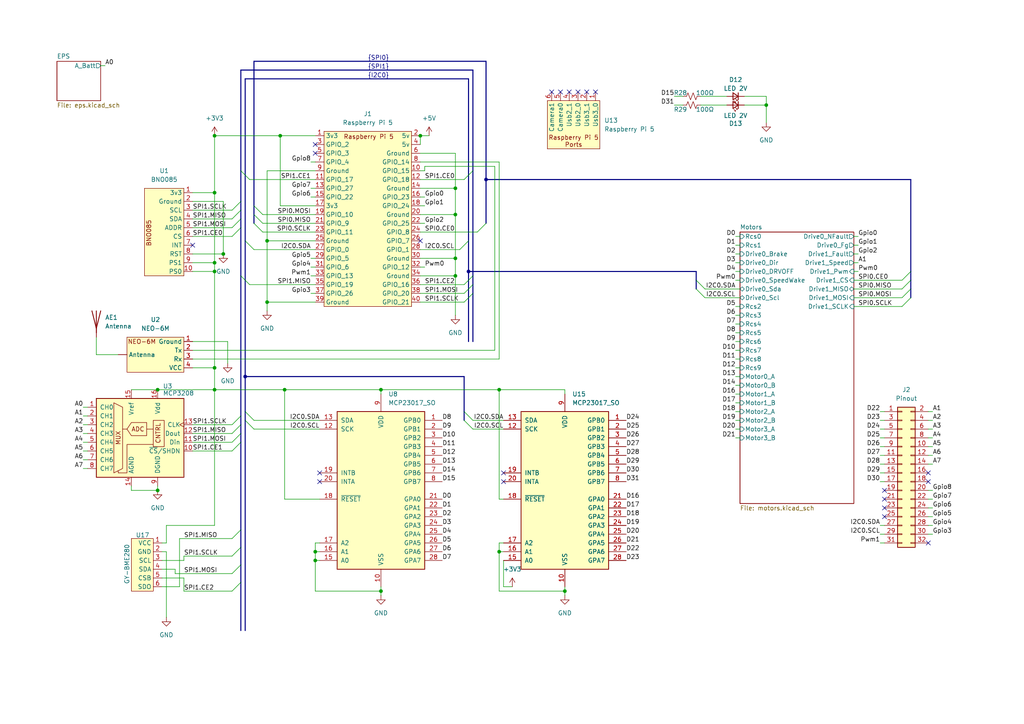
<source format=kicad_sch>
(kicad_sch (version 20250114) (generator "eeschema") (generator_version "9.0")
  (paper "A4")
  (lib_symbols
    (symbol "Connector_Generic:Conn_02x16_Odd_Even" (pin_names (offset 1.016) (hide yes))
      (property "Reference" "J" (at 1.27 20.32 0))
      (property "Value" "Conn_02x16_Odd_Even" (at 1.27 -22.86 0))
      (symbol "Conn_02x16_Odd_Even_1_1"
        (rectangle (start -1.27 19.05) (end 3.81 -21.59) (stroke (width 0.254)) (fill (type background)))
        (rectangle (start -1.27 17.907) (end 0 17.653) (stroke (width 0.1524)))
        (rectangle (start -1.27 15.367) (end 0 15.113) (stroke (width 0.1524)))
        (rectangle (start -1.27 12.827) (end 0 12.573) (stroke (width 0.1524)))
        (rectangle (start -1.27 10.287) (end 0 10.033) (stroke (width 0.1524)))
        (rectangle (start -1.27 7.747) (end 0 7.493) (stroke (width 0.1524)))
        (rectangle (start -1.27 5.207) (end 0 4.953) (stroke (width 0.1524)))
        (rectangle (start -1.27 2.667) (end 0 2.413) (stroke (width 0.1524)))
        (rectangle (start -1.27 0.127) (end 0 -0.127) (stroke (width 0.1524)))
        (rectangle (start -1.27 -2.413) (end 0 -2.667) (stroke (width 0.1524)))
        (rectangle (start -1.27 -4.953) (end 0 -5.207) (stroke (width 0.1524)))
        (rectangle (start -1.27 -7.493) (end 0 -7.747) (stroke (width 0.1524)))
        (rectangle (start -1.27 -10.033) (end 0 -10.287) (stroke (width 0.1524)))
        (rectangle (start -1.27 -12.573) (end 0 -12.827) (stroke (width 0.1524)))
        (rectangle (start -1.27 -15.113) (end 0 -15.367) (stroke (width 0.1524)))
        (rectangle (start -1.27 -17.653) (end 0 -17.907) (stroke (width 0.1524)))
        (rectangle (start -1.27 -20.193) (end 0 -20.447) (stroke (width 0.1524)))
        (rectangle (start 3.81 17.907) (end 2.54 17.653) (stroke (width 0.1524)))
        (rectangle (start 3.81 15.367) (end 2.54 15.113) (stroke (width 0.1524)))
        (rectangle (start 3.81 12.827) (end 2.54 12.573) (stroke (width 0.1524)))
        (rectangle (start 3.81 10.287) (end 2.54 10.033) (stroke (width 0.1524)))
        (rectangle (start 3.81 7.747) (end 2.54 7.493) (stroke (width 0.1524)))
        (rectangle (start 3.81 5.207) (end 2.54 4.953) (stroke (width 0.1524)))
        (rectangle (start 3.81 2.667) (end 2.54 2.413) (stroke (width 0.1524)))
        (rectangle (start 3.81 0.127) (end 2.54 -0.127) (stroke (width 0.1524)))
        (rectangle (start 3.81 -2.413) (end 2.54 -2.667) (stroke (width 0.1524)))
        (rectangle (start 3.81 -4.953) (end 2.54 -5.207) (stroke (width 0.1524)))
        (rectangle (start 3.81 -7.493) (end 2.54 -7.747) (stroke (width 0.1524)))
        (rectangle (start 3.81 -10.033) (end 2.54 -10.287) (stroke (width 0.1524)))
        (rectangle (start 3.81 -12.573) (end 2.54 -12.827) (stroke (width 0.1524)))
        (rectangle (start 3.81 -15.113) (end 2.54 -15.367) (stroke (width 0.1524)))
        (rectangle (start 3.81 -17.653) (end 2.54 -17.907) (stroke (width 0.1524)))
        (rectangle (start 3.81 -20.193) (end 2.54 -20.447) (stroke (width 0.1524)))
        (pin passive line (at -5.08 17.78 0) (length 3.81) (name "Pin_1") (number "1"))
        (pin passive line (at -5.08 15.24 0) (length 3.81) (name "Pin_3") (number "3"))
        (pin passive line (at -5.08 12.7 0) (length 3.81) (name "Pin_5") (number "5"))
        (pin passive line (at -5.08 10.16 0) (length 3.81) (name "Pin_7") (number "7"))
        (pin passive line (at -5.08 7.62 0) (length 3.81) (name "Pin_9") (number "9"))
        (pin passive line (at -5.08 5.08 0) (length 3.81) (name "Pin_11") (number "11"))
        (pin passive line (at -5.08 2.54 0) (length 3.81) (name "Pin_13") (number "13"))
        (pin passive line (at -5.08 0 0) (length 3.81) (name "Pin_15") (number "15"))
        (pin passive line (at -5.08 -2.54 0) (length 3.81) (name "Pin_17") (number "17"))
        (pin passive line (at -5.08 -5.08 0) (length 3.81) (name "Pin_19") (number "19"))
        (pin passive line (at -5.08 -7.62 0) (length 3.81) (name "Pin_21") (number "21"))
        (pin passive line (at -5.08 -10.16 0) (length 3.81) (name "Pin_23") (number "23"))
        (pin passive line (at -5.08 -12.7 0) (length 3.81) (name "Pin_25") (number "25"))
        (pin passive line (at -5.08 -15.24 0) (length 3.81) (name "Pin_27") (number "27"))
        (pin passive line (at -5.08 -17.78 0) (length 3.81) (name "Pin_29") (number "29"))
        (pin passive line (at -5.08 -20.32 0) (length 3.81) (name "Pin_31") (number "31"))
        (pin passive line (at 7.62 17.78 180) (length 3.81) (name "Pin_2") (number "2"))
        (pin passive line (at 7.62 15.24 180) (length 3.81) (name "Pin_4") (number "4"))
        (pin passive line (at 7.62 12.7 180) (length 3.81) (name "Pin_6") (number "6"))
        (pin passive line (at 7.62 10.16 180) (length 3.81) (name "Pin_8") (number "8"))
        (pin passive line (at 7.62 7.62 180) (length 3.81) (name "Pin_10") (number "10"))
        (pin passive line (at 7.62 5.08 180) (length 3.81) (name "Pin_12") (number "12"))
        (pin passive line (at 7.62 2.54 180) (length 3.81) (name "Pin_14") (number "14"))
        (pin passive line (at 7.62 0 180) (length 3.81) (name "Pin_16") (number "16"))
        (pin passive line (at 7.62 -2.54 180) (length 3.81) (name "Pin_18") (number "18"))
        (pin passive line (at 7.62 -5.08 180) (length 3.81) (name "Pin_20") (number "20"))
        (pin passive line (at 7.62 -7.62 180) (length 3.81) (name "Pin_22") (number "22"))
        (pin passive line (at 7.62 -10.16 180) (length 3.81) (name "Pin_24") (number "24"))
        (pin passive line (at 7.62 -12.7 180) (length 3.81) (name "Pin_26") (number "26"))
        (pin passive line (at 7.62 -15.24 180) (length 3.81) (name "Pin_28") (number "28"))
        (pin passive line (at 7.62 -17.78 180) (length 3.81) (name "Pin_30") (number "30"))
        (pin passive line (at 7.62 -20.32 180) (length 3.81) (name "Pin_32") (number "32"))
      )
    )
    (symbol "Device:Antenna" (pin_numbers (hide yes)) (pin_names (offset 1.016) (hide yes))
      (property "Reference" "AE" (at -1.905 1.905 0))
      (property "Value" "Antenna" (at -1.905 0 0))
      (symbol "Antenna_0_1"
        (polyline (pts (xy 0 2.54) (xy 0 -3.81)) (stroke (width 0.254)))
        (polyline (pts (xy 1.27 2.54) (xy 0 -2.54) (xy -1.27 2.54)) (stroke (width 0.254)))
      )
      (symbol "Antenna_1_1"
        (pin input line (at 0 -5.08 90) (length 2.54) (name "A") (number "1"))
      )
    )
    (symbol "Device:LED_Small" (pin_numbers (hide yes)) (pin_names (offset 0.254) (hide yes))
      (property "Reference" "D" (at -1.27 3.175 0))
      (property "Value" "LED_Small" (at -4.445 -2.54 0))
      (symbol "LED_Small_0_1"
        (polyline (pts (xy -0.762 -1.016) (xy -0.762 1.016)) (stroke (width 0.254)))
        (polyline (pts (xy 0 0.762) (xy -0.508 1.27) (xy -0.254 1.27) (xy -0.508 1.27) (xy -0.508 1.016)))
        (polyline (pts (xy 0.508 1.27) (xy 0 1.778) (xy 0.254 1.778) (xy 0 1.778) (xy 0 1.524)))
        (polyline (pts (xy 0.762 -1.016) (xy -0.762 0) (xy 0.762 1.016) (xy 0.762 -1.016)) (stroke (width 0.254)))
        (polyline (pts (xy 1.016 0) (xy -0.762 0)))
      )
      (symbol "LED_Small_1_1"
        (pin passive line (at -2.54 0 0) (length 1.778) (name "K") (number "1"))
        (pin passive line (at 2.54 0 180) (length 1.778) (name "A") (number "2"))
      )
    )
    (symbol "Device:R_Small_US" (pin_numbers (hide yes)) (pin_names (offset 0.254) (hide yes))
      (property "Reference" "R" (at 0.762 0.508 0))
      (property "Value" "R_Small_US" (at 0.762 -1.016 0))
      (symbol "R_Small_US_1_1"
        (polyline (pts (xy 0 1.524) (xy 1.016 1.143) (xy 0 0.762) (xy -1.016 0.381) (xy 0 0)))
        (polyline (pts (xy 0 0) (xy 1.016 -0.381) (xy 0 -0.762) (xy -1.016 -1.143) (xy 0 -1.524)))
        (pin passive line (at 0 2.54 270) (length 1.016) (name "~") (number "1"))
        (pin passive line (at 0 -2.54 90) (length 1.016) (name "~") (number "2"))
      )
    )
    (symbol "Interface_Expansion:MCP23017_SO" (pin_names (offset 1.016))
      (property "Reference" "U" (at -11.43 24.13 0))
      (property "Value" "MCP23017_SO" (at 0 0 0))
      (symbol "MCP23017_SO_0_1"
        (rectangle (start -12.7 22.86) (end 12.7 -22.86) (stroke (width 0.254)) (fill (type background)))
      )
      (symbol "MCP23017_SO_1_1"
        (pin bidirectional line (at -17.78 20.32 0) (length 5.08) (name "SDA") (number "13"))
        (pin input line (at -17.78 17.78 0) (length 5.08) (name "SCK") (number "12"))
        (pin tri_state line (at -17.78 5.08 0) (length 5.08) (name "INTB") (number "19"))
        (pin tri_state line (at -17.78 2.54 0) (length 5.08) (name "INTA") (number "20"))
        (pin input line (at -17.78 -2.54 0) (length 5.08) (name "~{RESET}") (number "18"))
        (pin input line (at -17.78 -15.24 0) (length 5.08) (name "A2") (number "17"))
        (pin input line (at -17.78 -17.78 0) (length 5.08) (name "A1") (number "16"))
        (pin input line (at -17.78 -20.32 0) (length 5.08) (name "A0") (number "15"))
        (pin no_connect line (at -12.7 15.24 0) (length 5.08) (hide yes) (name "NC") (number "11"))
        (pin no_connect line (at -12.7 12.7 0) (length 5.08) (hide yes) (name "NC") (number "14"))
        (pin power_in line (at 0 27.94 270) (length 5.08) (name "VDD") (number "9"))
        (pin power_in line (at 0 -27.94 90) (length 5.08) (name "VSS") (number "10"))
        (pin bidirectional line (at 17.78 20.32 180) (length 5.08) (name "GPB0") (number "1"))
        (pin bidirectional line (at 17.78 17.78 180) (length 5.08) (name "GPB1") (number "2"))
        (pin bidirectional line (at 17.78 15.24 180) (length 5.08) (name "GPB2") (number "3"))
        (pin bidirectional line (at 17.78 12.7 180) (length 5.08) (name "GPB3") (number "4"))
        (pin bidirectional line (at 17.78 10.16 180) (length 5.08) (name "GPB4") (number "5"))
        (pin bidirectional line (at 17.78 7.62 180) (length 5.08) (name "GPB5") (number "6"))
        (pin bidirectional line (at 17.78 5.08 180) (length 5.08) (name "GPB6") (number "7"))
        (pin output line (at 17.78 2.54 180) (length 5.08) (name "GPB7") (number "8"))
        (pin bidirectional line (at 17.78 -2.54 180) (length 5.08) (name "GPA0") (number "21"))
        (pin bidirectional line (at 17.78 -5.08 180) (length 5.08) (name "GPA1") (number "22"))
        (pin bidirectional line (at 17.78 -7.62 180) (length 5.08) (name "GPA2") (number "23"))
        (pin bidirectional line (at 17.78 -10.16 180) (length 5.08) (name "GPA3") (number "24"))
        (pin bidirectional line (at 17.78 -12.7 180) (length 5.08) (name "GPA4") (number "25"))
        (pin bidirectional line (at 17.78 -15.24 180) (length 5.08) (name "GPA5") (number "26"))
        (pin bidirectional line (at 17.78 -17.78 180) (length 5.08) (name "GPA6") (number "27"))
        (pin output line (at 17.78 -20.32 180) (length 5.08) (name "GPA7") (number "28"))
      )
    )
    (symbol "Nautilus:BNO085"
      (property "Reference" "U" (at 0 0 0))
      (symbol "BNO085_0_1"
        (rectangle (start -5.08 -1.27) (end 6.35 -26.67) (fill (type color) (color 255 255 194 1)))
      )
      (symbol "BNO085_1_1"
        (text "BNO085" (at 5.08 -14.224 900) (effects (font (size 1.27 1.27))))
        (pin power_in line (at -7.62 -2.54 0) (length 2.54) (name "3v3") (number "1"))
        (pin power_in line (at -7.62 -5.08 0) (length 2.54) (name "Ground") (number "2"))
        (pin bidirectional line (at -7.62 -7.62 0) (length 2.54) (name "SCL") (number "3"))
        (pin bidirectional line (at -7.62 -10.16 0) (length 2.54) (name "SDA") (number "4"))
        (pin input line (at -7.62 -12.7 0) (length 2.54) (name "ADDR") (number "5"))
        (pin input line (at -7.62 -15.24 0) (length 2.54) (name "CS") (number "6"))
        (pin output line (at -7.62 -17.78 0) (length 2.54) (name "INT") (number "7"))
        (pin input line (at -7.62 -20.32 0) (length 2.54) (name "RST") (number "8"))
        (pin input line (at -7.62 -22.86 0) (length 2.54) (name "PS1") (number "9"))
        (pin input line (at -7.62 -25.4 0) (length 2.54) (name "PS0") (number "10"))
      )
    )
    (symbol "Nautilus:GY-BM"
      (property "Reference" "U" (at -0.508 8.636 0))
      (symbol "GY-BM_0_1"
        (rectangle (start -3.81 7.62) (end 2.54 -7.62) (fill (type color) (color 255 255 194 1)))
      )
      (symbol "GY-BM_1_1"
        (pin input line (at 5.08 6.35 180) (length 2.54) (name "VCC") (number "1"))
        (pin input line (at 5.08 3.81 180) (length 2.54) (name "GND") (number "2"))
        (pin input line (at 5.08 1.27 180) (length 2.54) (name "SCL") (number "3"))
        (pin input line (at 5.08 -1.27 180) (length 2.54) (name "SDA") (number "4"))
        (pin input line (at 5.08 -3.81 180) (length 2.54) (name "CSB") (number "5"))
        (pin tri_state line (at 5.08 -6.35 180) (length 2.54) (name "SDO") (number "6"))
      )
    )
    (symbol "Nautilus:MCP3208_TriState" (pin_names (offset 1.016))
      (property "Reference" "U" (at -5.08 13.335 0))
      (property "Value" "MCP3208_TriState" (at -5.08 11.43 0))
      (symbol "MCP3208_TriState_0_0"
        (text "MUX" (at -6.35 -1.27 900) (effects (font (size 1.27 1.27))))
        (text "ADC" (at -0.635 1.27 0) (effects (font (size 1.27 1.27))))
        (text "CNTRL" (at 5.969 -2.921 900) (effects (font (size 1.27 1.27)) (justify left bottom)))
      )
      (symbol "MCP3208_TriState_0_1"
        (polyline (pts (xy -7.62 8.89) (xy -7.62 -11.43) (xy -5.08 -10.16) (xy -5.08 7.62) (xy -7.62 8.89)))
        (polyline (pts (xy -3.81 1.27) (xy -5.08 1.27)))
        (polyline (pts (xy 1.905 3.175) (xy 1.905 -0.635) (xy -2.54 -0.635) (xy -3.81 1.27) (xy -2.54 3.175) (xy 1.905 3.175)))
        (polyline (pts (xy 1.905 1.27) (xy 3.81 1.27)))
        (polyline (pts (xy 3.81 -3.175) (xy -3.81 -3.175) (xy -3.81 -11.43) (xy -6.35 -11.43) (xy -6.35 -10.795)))
        (rectangle (start 3.81 -3.81) (end 6.985 3.81))
        (rectangle (start 12.7 -12.7) (end -12.7 10.16) (stroke (width 0.254)) (fill (type background)))
      )
      (symbol "MCP3208_TriState_1_1"
        (pin input line (at -15.24 7.62 0) (length 2.54) (name "CH0") (number "1"))
        (pin input line (at -15.24 5.08 0) (length 2.54) (name "CH1") (number "2"))
        (pin input line (at -15.24 2.54 0) (length 2.54) (name "CH2") (number "3"))
        (pin input line (at -15.24 0 0) (length 2.54) (name "CH3") (number "4"))
        (pin input line (at -15.24 -2.54 0) (length 2.54) (name "CH4") (number "5"))
        (pin input line (at -15.24 -5.08 0) (length 2.54) (name "CH5") (number "6"))
        (pin input line (at -15.24 -7.62 0) (length 2.54) (name "CH6") (number "7"))
        (pin input line (at -15.24 -10.16 0) (length 2.54) (name "CH7") (number "8"))
        (pin power_in line (at -2.54 12.7 270) (length 2.54) (name "Vref") (number "15"))
        (pin power_in line (at -2.54 -15.24 90) (length 2.54) (name "AGND") (number "14"))
        (pin power_in line (at 5.08 12.7 270) (length 2.54) (name "Vdd") (number "16"))
        (pin power_in line (at 5.08 -15.24 90) (length 2.54) (name "DGND") (number "9"))
        (pin input clock (at 15.24 2.54 180) (length 2.54) (name "CLK") (number "13"))
        (pin tri_state line (at 15.24 0 180) (length 2.54) (name "Dout") (number "12"))
        (pin input line (at 15.24 -2.54 180) (length 2.54) (name "Din") (number "11"))
        (pin input line (at 15.24 -5.08 180) (length 2.54) (name "~{CS}/SHDN") (number "10"))
      )
    )
    (symbol "Nautilus:NEO-6M"
      (property "Reference" "U" (at 0 0 0))
      (symbol "NEO-6M_0_1"
        (rectangle (start -8.89 -1.27) (end 7.62 -11.43) (fill (type color) (color 255 255 194 1)))
      )
      (symbol "NEO-6M_1_1"
        (text "NEO-6M" (at 3.302 -2.54 0) (effects (font (size 1.27 1.27))))
        (pin power_in line (at -11.43 -2.54 0) (length 2.54) (name "Ground") (number "1"))
        (pin output line (at -11.43 -5.08 0) (length 2.54) (name "Tx") (number "2"))
        (pin input line (at -11.43 -7.62 0) (length 2.54) (name "Rx") (number "3"))
        (pin power_in line (at -11.43 -10.16 0) (length 2.54) (name "VCC") (number "4"))
        (pin passive line (at 10.16 -6.35 180) (length 2.54) (name "Antenna") (number ""))
      )
    )
    (symbol "Nautilus:Raspberry_Pi_5_Pinout"
      (property "Reference" "J" (at 0 0 0))
      (symbol "Raspberry_Pi_5_Pinout_0_1"
        (rectangle (start -12.7 -1.27) (end 12.7 -52.07) (fill (type color) (color 255 255 194 1)))
      )
      (symbol "Raspberry_Pi_5_Pinout_1_1"
        (text "Raspberry Pi 5" (at 0.254 -2.794 0) (effects (font (size 1.27 1.27))))
        (pin power_out line (at -15.24 -2.54 0) (length 2.54) (name "3v3") (number "1"))
        (pin bidirectional line (at -15.24 -5.08 0) (length 2.54) (name "GPIO_2") (number "3"))
        (pin bidirectional line (at -15.24 -7.62 0) (length 2.54) (name "GPIO_3") (number "5"))
        (pin bidirectional line (at -15.24 -10.16 0) (length 2.54) (name "GPIO_4") (number "7"))
        (pin power_in line (at -15.24 -12.7 0) (length 2.54) (name "Ground") (number "9"))
        (pin bidirectional line (at -15.24 -15.24 0) (length 2.54) (name "GPIO_17") (number "11"))
        (pin bidirectional line (at -15.24 -17.78 0) (length 2.54) (name "GPIO_27") (number "13"))
        (pin bidirectional line (at -15.24 -20.32 0) (length 2.54) (name "GPIO_22") (number "15"))
        (pin power_in line (at -15.24 -22.86 0) (length 2.54) (name "3v3") (number "17"))
        (pin bidirectional line (at -15.24 -25.4 0) (length 2.54) (name "GPIO_10") (number "19"))
        (pin bidirectional line (at -15.24 -27.94 0) (length 2.54) (name "GPIO_9") (number "21"))
        (pin bidirectional line (at -15.24 -30.48 0) (length 2.54) (name "GPIO_11") (number "23"))
        (pin power_in line (at -15.24 -33.02 0) (length 2.54) (name "Ground") (number "25"))
        (pin bidirectional line (at -15.24 -35.56 0) (length 2.54) (name "GPIO_0") (number "27"))
        (pin bidirectional line (at -15.24 -38.1 0) (length 2.54) (name "GPIO_5") (number "29"))
        (pin bidirectional line (at -15.24 -40.64 0) (length 2.54) (name "GPIO_6") (number "31"))
        (pin bidirectional line (at -15.24 -43.18 0) (length 2.54) (name "GPIO_13") (number "33"))
        (pin bidirectional line (at -15.24 -45.72 0) (length 2.54) (name "GPIO_19") (number "35"))
        (pin bidirectional line (at -15.24 -48.26 0) (length 2.54) (name "GPIO_26") (number "37"))
        (pin power_in line (at -15.24 -50.8 0) (length 2.54) (name "Ground") (number "39"))
        (pin power_in line (at 15.24 -2.54 180) (length 2.54) (name "5v") (number "2"))
        (pin power_in line (at 15.24 -5.08 180) (length 2.54) (name "5v") (number "4"))
        (pin power_in line (at 15.24 -7.62 180) (length 2.54) (name "Ground") (number "6"))
        (pin bidirectional line (at 15.24 -10.16 180) (length 2.54) (name "GPIO_14") (number "8"))
        (pin bidirectional line (at 15.24 -12.7 180) (length 2.54) (name "GPIO_15") (number "10"))
        (pin bidirectional line (at 15.24 -15.24 180) (length 2.54) (name "GPIO_18") (number "12"))
        (pin power_in line (at 15.24 -17.78 180) (length 2.54) (name "Ground") (number "14"))
        (pin bidirectional line (at 15.24 -20.32 180) (length 2.54) (name "GPIO_23") (number "16"))
        (pin bidirectional line (at 15.24 -22.86 180) (length 2.54) (name "GPIO_24") (number "18"))
        (pin power_in line (at 15.24 -25.4 180) (length 2.54) (name "Ground") (number "20"))
        (pin bidirectional line (at 15.24 -27.94 180) (length 2.54) (name "GPIO_25") (number "22"))
        (pin bidirectional line (at 15.24 -30.48 180) (length 2.54) (name "GPIO_8") (number "24"))
        (pin bidirectional line (at 15.24 -33.02 180) (length 2.54) (name "GPIO_7") (number "26"))
        (pin bidirectional line (at 15.24 -35.56 180) (length 2.54) (name "GPIO_1") (number "28"))
        (pin power_in line (at 15.24 -38.1 180) (length 2.54) (name "Ground") (number "30"))
        (pin bidirectional line (at 15.24 -40.64 180) (length 2.54) (name "GPIO_12") (number "32"))
        (pin power_in line (at 15.24 -43.18 180) (length 2.54) (name "Ground") (number "34"))
        (pin bidirectional line (at 15.24 -45.72 180) (length 2.54) (name "GPIO_16") (number "36"))
        (pin bidirectional line (at 15.24 -48.26 180) (length 2.54) (name "GPIO_20") (number "38"))
        (pin bidirectional line (at 15.24 -50.8 180) (length 2.54) (name "GPIO_21") (number "40"))
      )
    )
    (symbol "Nautilus:Raspberry_Pi_5_Ports"
      (property "Reference" "U" (at 0 0 0))
      (symbol "Raspberry_Pi_5_Ports_0_1"
        (rectangle (start -6.35 -1.27) (end 7.62 -16.51) (fill (type color) (color 255 255 194 1)))
      )
      (symbol "Raspberry_Pi_5_Ports_1_1"
        (text "Raspberry Pi 5\nPorts" (at 5.334 -8.89 900) (effects (font (size 1.27 1.27))))
        (pin bidirectional line (at -8.89 -2.54 0) (length 2.54) (name "Usb3_0") (number "1"))
        (pin bidirectional line (at -8.89 -5.08 0) (length 2.54) (name "Usb3_1") (number "2"))
        (pin bidirectional line (at -8.89 -7.62 0) (length 2.54) (name "Usb2_0") (number "3"))
        (pin bidirectional line (at -8.89 -10.16 0) (length 2.54) (name "Usb2_1") (number "4"))
        (pin bidirectional line (at -8.89 -12.7 0) (length 2.54) (name "Camera0") (number "5"))
        (pin bidirectional line (at -8.89 -15.24 0) (length 2.54) (name "Camera1") (number "6"))
      )
    )
    (symbol "power:+3V3" (power) (pin_numbers (hide yes)) (pin_names (offset 0) (hide yes))
      (property "Value" "+3V3" (at 0 3.556 0))
      (symbol "+3V3_0_1"
        (polyline (pts (xy -0.762 1.27) (xy 0 2.54)))
        (polyline (pts (xy 0 2.54) (xy 0.762 1.27)))
        (polyline (pts (xy 0 0) (xy 0 2.54)))
      )
      (symbol "+3V3_1_1"
        (pin power_in line (at 0 0 90) (length 0) (name "~") (number "1"))
      )
    )
    (symbol "power:+5V" (power) (pin_numbers (hide yes)) (pin_names (offset 0) (hide yes))
      (property "Value" "+5V" (at 0 3.556 0))
      (symbol "+5V_0_1"
        (polyline (pts (xy -0.762 1.27) (xy 0 2.54)))
        (polyline (pts (xy 0 2.54) (xy 0.762 1.27)))
        (polyline (pts (xy 0 0) (xy 0 2.54)))
      )
      (symbol "+5V_1_1"
        (pin power_in line (at 0 0 90) (length 0) (name "~") (number "1"))
      )
    )
    (symbol "power:GND" (power) (pin_numbers (hide yes)) (pin_names (offset 0) (hide yes))
      (property "Value" "GND" (at 0 -3.81 0))
      (symbol "GND_0_1"
        (polyline (pts (xy 0 0) (xy 0 -1.27) (xy 1.27 -1.27) (xy 0 -2.54) (xy -1.27 -1.27) (xy 0 -1.27)))
      )
      (symbol "GND_1_1"
        (pin power_in line (at 0 0 270) (length 0) (name "~") (number "1"))
      )
    )
  )
  (bus_alias "I2C0" (members "I2C0.SDA" "I2C0.SCL"))
  (bus_alias "SPI0" (members "SPI0.MISO" "SPI0.MOSI" "SPI0.SCLK" "SPI0.CE0" "SPI0.CE1"))
  (bus_alias "SPI1" (members "SPI1.MISO" "SPI1.MOSI" "SPI1.SCLK" "SPI1.CE0" "SPI1.CE1" "SPI1.CE2"))
  (junction (at 82.55 113.03))
  (junction (at 62.23 78.74))
  (junction (at 110.49 113.03))
  (junction (at 144.78 113.03))
  (junction (at 91.44 162.56))
  (junction (at 62.23 39.37))
  (junction (at 62.23 76.2))
  (junction (at 45.72 113.03))
  (junction (at 222.25 30.48))
  (junction (at 132.08 54.61))
  (junction (at 62.23 106.68))
  (junction (at 132.08 74.93))
  (junction (at 140.97 52.07))
  (junction (at 71.12 109.22))
  (junction (at 132.08 80.01))
  (junction (at 77.47 69.85))
  (junction (at 135.89 78.74))
  (junction (at 64.77 73.66))
  (junction (at 62.23 113.03))
  (junction (at 62.23 55.88))
  (junction (at 121.92 39.37))
  (junction (at 45.72 142.24))
  (junction (at 144.78 160.02))
  (junction (at 132.08 62.23))
  (junction (at 110.49 171.45))
  (junction (at 81.28 39.37))
  (junction (at 91.44 160.02))
  (junction (at 77.47 87.63))
  (junction (at 163.83 171.45))
  (no_connect (at 91.44 41.91))
  (no_connect (at 162.56 26.67))
  (no_connect (at 167.64 26.67))
  (no_connect (at 160.02 26.67))
  (no_connect (at 269.24 157.48))
  (no_connect (at 55.88 71.12))
  (no_connect (at 92.71 137.16))
  (no_connect (at 172.72 26.67))
  (no_connect (at 91.44 44.45))
  (no_connect (at 256.54 147.32))
  (no_connect (at 146.05 139.7))
  (no_connect (at 269.24 137.16))
  (no_connect (at 256.54 144.78))
  (no_connect (at 256.54 149.86))
  (no_connect (at 269.24 139.7))
  (no_connect (at 146.05 137.16))
  (no_connect (at 170.18 26.67))
  (no_connect (at 165.1 26.67))
  (no_connect (at 121.92 69.85))
  (no_connect (at 92.71 139.7))
  (no_connect (at 256.54 142.24))
  (bus_entry (at 69.85 158.75) (size -2.54 2.54))
  (bus_entry (at 69.85 125.73) (size -2.54 2.54))
  (bus_entry (at 73.66 64.77) (size 2.54 2.54))
  (bus_entry (at 134.62 119.38) (size 2.54 2.54))
  (bus_entry (at 201.93 81.28) (size 2.54 2.54))
  (bus_entry (at 264.16 86.36) (size -2.54 2.54))
  (bus_entry (at 71.12 69.85) (size 2.54 2.54))
  (bus_entry (at 69.85 163.83) (size -2.54 2.54))
  (bus_entry (at 69.85 128.27) (size -2.54 2.54))
  (bus_entry (at 135.89 69.85) (size -2.54 2.54))
  (bus_entry (at 264.16 81.28) (size -2.54 2.54))
  (bus_entry (at 140.97 64.77) (size -2.54 2.54))
  (bus_entry (at 69.85 120.65) (size -2.54 2.54))
  (bus_entry (at 134.62 121.92) (size 2.54 2.54))
  (bus_entry (at 73.66 59.69) (size 2.54 2.54))
  (bus_entry (at 137.16 80.01) (size -2.54 2.54))
  (bus_entry (at 264.16 83.82) (size -2.54 2.54))
  (bus_entry (at 137.16 82.55) (size -2.54 2.54))
  (bus_entry (at 201.93 83.82) (size 2.54 2.54))
  (bus_entry (at 69.85 66.04) (size -2.54 2.54))
  (bus_entry (at 73.66 62.23) (size 2.54 2.54))
  (bus_entry (at 137.16 49.53) (size -2.54 2.54))
  (bus_entry (at 137.16 85.09) (size -2.54 2.54))
  (bus_entry (at 69.85 63.5) (size -2.54 2.54))
  (bus_entry (at 69.85 168.91) (size -2.54 2.54))
  (bus_entry (at 69.85 58.42) (size -2.54 2.54))
  (bus_entry (at 71.12 119.38) (size 2.54 2.54))
  (bus_entry (at 71.12 121.92) (size 2.54 2.54))
  (bus_entry (at 69.85 123.19) (size -2.54 2.54))
  (bus_entry (at 69.85 49.53) (size 2.54 2.54))
  (bus_entry (at 69.85 153.67) (size -2.54 2.54))
  (bus_entry (at 69.85 60.96) (size -2.54 2.54))
  (bus_entry (at 69.85 80.01) (size 2.54 2.54))
  (bus_entry (at 264.16 78.74) (size -2.54 2.54))
  (wire (pts (xy 62.23 113.03) (xy 62.23 152.4)))
  (wire (pts (xy 163.83 172.72) (xy 163.83 171.45)))
  (wire (pts (xy 73.66 121.92) (xy 92.71 121.92)))
  (bus (pts (xy 140.97 52.07) (xy 140.97 64.77)))
  (wire (pts (xy 55.88 123.19) (xy 67.31 123.19)))
  (wire (pts (xy 255.27 134.62) (xy 256.54 134.62)))
  (wire (pts (xy 91.44 171.45) (xy 110.49 171.45)))
  (wire (pts (xy 144.78 104.14) (xy 144.78 46.99)))
  (bus (pts (xy 264.16 52.07) (xy 264.16 78.74)))
  (wire (pts (xy 66.04 99.06) (xy 55.88 99.06)))
  (wire (pts (xy 143.51 48.26) (xy 143.51 101.6)))
  (wire (pts (xy 24.13 130.81) (xy 25.4 130.81)))
  (wire (pts (xy 247.65 76.2) (xy 248.92 76.2)))
  (wire (pts (xy 38.1 142.24) (xy 45.72 142.24)))
  (wire (pts (xy 247.65 73.66) (xy 248.92 73.66)))
  (wire (pts (xy 204.47 83.82) (xy 214.63 83.82)))
  (wire (pts (xy 45.72 113.03) (xy 62.23 113.03)))
  (wire (pts (xy 77.47 69.85) (xy 77.47 87.63)))
  (wire (pts (xy 55.88 125.73) (xy 67.31 125.73)))
  (wire (pts (xy 27.94 102.87) (xy 34.29 102.87)))
  (wire (pts (xy 213.36 109.22) (xy 214.63 109.22)))
  (wire (pts (xy 53.34 161.29) (xy 67.31 161.29)))
  (wire (pts (xy 213.36 124.46) (xy 214.63 124.46)))
  (bus (pts (xy 69.85 49.53) (xy 69.85 58.42)))
  (wire (pts (xy 82.55 113.03) (xy 110.49 113.03)))
  (bus (pts (xy 71.12 119.38) (xy 71.12 121.92)))
  (wire (pts (xy 270.51 132.08) (xy 269.24 132.08)))
  (wire (pts (xy 137.16 121.92) (xy 146.05 121.92)))
  (wire (pts (xy 215.9 27.94) (xy 222.25 27.94)))
  (wire (pts (xy 247.65 71.12) (xy 248.92 71.12)))
  (bus (pts (xy 264.16 81.28) (xy 264.16 83.82)))
  (wire (pts (xy 213.36 81.28) (xy 214.63 81.28)))
  (wire (pts (xy 76.2 62.23) (xy 91.44 62.23)))
  (wire (pts (xy 144.78 171.45) (xy 163.83 171.45)))
  (wire (pts (xy 247.65 68.58) (xy 248.92 68.58)))
  (wire (pts (xy 270.51 149.86) (xy 269.24 149.86)))
  (wire (pts (xy 48.26 152.4) (xy 62.23 152.4)))
  (wire (pts (xy 55.88 106.68) (xy 62.23 106.68)))
  (wire (pts (xy 64.77 58.42) (xy 64.77 73.66)))
  (wire (pts (xy 81.28 59.69) (xy 81.28 39.37)))
  (wire (pts (xy 29.21 19.05) (xy 30.48 19.05)))
  (wire (pts (xy 247.65 83.82) (xy 261.62 83.82)))
  (bus (pts (xy 264.16 83.82) (xy 264.16 86.36)))
  (bus (pts (xy 69.85 163.83) (xy 69.85 168.91)))
  (wire (pts (xy 203.2 27.94) (xy 210.82 27.94)))
  (wire (pts (xy 195.58 30.48) (xy 198.12 30.48)))
  (wire (pts (xy 55.88 104.14) (xy 144.78 104.14)))
  (bus (pts (xy 134.62 119.38) (xy 134.62 121.92)))
  (wire (pts (xy 121.92 85.09) (xy 134.62 85.09)))
  (wire (pts (xy 121.92 80.01) (xy 132.08 80.01)))
  (bus (pts (xy 69.85 123.19) (xy 69.85 125.73)))
  (wire (pts (xy 144.78 160.02) (xy 146.05 160.02)))
  (wire (pts (xy 270.51 119.38) (xy 269.24 119.38)))
  (wire (pts (xy 46.99 167.64) (xy 53.34 167.64)))
  (wire (pts (xy 213.36 93.98) (xy 214.63 93.98)))
  (wire (pts (xy 213.36 116.84) (xy 214.63 116.84)))
  (wire (pts (xy 137.16 124.46) (xy 146.05 124.46)))
  (bus (pts (xy 71.12 22.86) (xy 71.12 69.85)))
  (wire (pts (xy 146.05 170.18) (xy 146.05 162.56)))
  (wire (pts (xy 77.47 49.53) (xy 91.44 49.53)))
  (wire (pts (xy 48.26 152.4) (xy 48.26 157.48)))
  (wire (pts (xy 91.44 160.02) (xy 91.44 162.56)))
  (wire (pts (xy 50.8 165.1) (xy 50.8 166.37)))
  (wire (pts (xy 213.36 119.38) (xy 214.63 119.38)))
  (wire (pts (xy 24.13 128.27) (xy 25.4 128.27)))
  (wire (pts (xy 270.51 134.62) (xy 269.24 134.62)))
  (bus (pts (xy 71.12 69.85) (xy 71.12 109.22)))
  (wire (pts (xy 195.58 27.94) (xy 198.12 27.94)))
  (wire (pts (xy 222.25 30.48) (xy 222.25 35.56)))
  (wire (pts (xy 77.47 87.63) (xy 91.44 87.63)))
  (wire (pts (xy 215.9 30.48) (xy 222.25 30.48)))
  (wire (pts (xy 121.92 72.39) (xy 133.35 72.39)))
  (wire (pts (xy 53.34 162.56) (xy 53.34 161.29)))
  (bus (pts (xy 69.85 60.96) (xy 69.85 63.5)))
  (wire (pts (xy 255.27 157.48) (xy 256.54 157.48)))
  (wire (pts (xy 62.23 55.88) (xy 55.88 55.88)))
  (wire (pts (xy 24.13 125.73) (xy 25.4 125.73)))
  (wire (pts (xy 81.28 39.37) (xy 91.44 39.37)))
  (bus (pts (xy 69.85 58.42) (xy 69.85 60.96)))
  (wire (pts (xy 121.92 82.55) (xy 134.62 82.55)))
  (bus (pts (xy 134.62 109.22) (xy 134.62 119.38)))
  (wire (pts (xy 38.1 113.03) (xy 45.72 113.03)))
  (wire (pts (xy 213.36 114.3) (xy 214.63 114.3)))
  (wire (pts (xy 247.65 86.36) (xy 261.62 86.36)))
  (bus (pts (xy 69.85 168.91) (xy 69.85 182.88)))
  (wire (pts (xy 270.51 154.94) (xy 269.24 154.94)))
  (wire (pts (xy 213.36 68.58) (xy 214.63 68.58)))
  (wire (pts (xy 77.47 69.85) (xy 91.44 69.85)))
  (bus (pts (xy 73.66 59.69) (xy 73.66 62.23)))
  (wire (pts (xy 213.36 78.74) (xy 214.63 78.74)))
  (wire (pts (xy 270.51 127) (xy 269.24 127)))
  (wire (pts (xy 55.88 68.58) (xy 67.31 68.58)))
  (wire (pts (xy 144.78 113.03) (xy 163.83 113.03)))
  (wire (pts (xy 55.88 60.96) (xy 67.31 60.96)))
  (wire (pts (xy 222.25 27.94) (xy 222.25 30.48)))
  (wire (pts (xy 255.27 127) (xy 256.54 127)))
  (wire (pts (xy 55.88 63.5) (xy 67.31 63.5)))
  (wire (pts (xy 248.92 78.74) (xy 247.65 78.74)))
  (wire (pts (xy 46.99 162.56) (xy 53.34 162.56)))
  (wire (pts (xy 90.17 54.61) (xy 91.44 54.61)))
  (wire (pts (xy 110.49 172.72) (xy 110.49 171.45)))
  (wire (pts (xy 48.26 157.48) (xy 46.99 157.48)))
  (wire (pts (xy 62.23 106.68) (xy 62.23 113.03)))
  (wire (pts (xy 55.88 128.27) (xy 67.31 128.27)))
  (wire (pts (xy 72.39 82.55) (xy 91.44 82.55)))
  (bus (pts (xy 201.93 81.28) (xy 201.93 83.82)))
  (wire (pts (xy 90.17 46.99) (xy 91.44 46.99)))
  (wire (pts (xy 72.39 52.07) (xy 91.44 52.07)))
  (bus (pts (xy 69.85 153.67) (xy 69.85 158.75)))
  (bus (pts (xy 137.16 82.55) (xy 137.16 80.01)))
  (wire (pts (xy 213.36 104.14) (xy 214.63 104.14)))
  (bus (pts (xy 140.97 52.07) (xy 264.16 52.07)))
  (wire (pts (xy 90.17 74.93) (xy 91.44 74.93)))
  (wire (pts (xy 110.49 113.03) (xy 144.78 113.03)))
  (bus (pts (xy 69.85 158.75) (xy 69.85 163.83)))
  (wire (pts (xy 121.92 54.61) (xy 132.08 54.61)))
  (wire (pts (xy 247.65 88.9) (xy 261.62 88.9)))
  (wire (pts (xy 62.23 78.74) (xy 62.23 106.68)))
  (wire (pts (xy 52.07 156.21) (xy 52.07 170.18)))
  (bus (pts (xy 135.89 78.74) (xy 135.89 99.06)))
  (wire (pts (xy 121.92 64.77) (xy 123.19 64.77)))
  (wire (pts (xy 163.83 113.03) (xy 163.83 114.3)))
  (wire (pts (xy 62.23 55.88) (xy 62.23 76.2)))
  (wire (pts (xy 123.19 49.53) (xy 123.19 48.26)))
  (wire (pts (xy 121.92 67.31) (xy 138.43 67.31)))
  (wire (pts (xy 132.08 44.45) (xy 132.08 54.61)))
  (bus (pts (xy 137.16 80.01) (xy 137.16 49.53)))
  (wire (pts (xy 132.08 62.23) (xy 132.08 74.93)))
  (wire (pts (xy 92.71 144.78) (xy 82.55 144.78)))
  (bus (pts (xy 137.16 85.09) (xy 137.16 82.55)))
  (bus (pts (xy 69.85 120.65) (xy 69.85 123.19)))
  (wire (pts (xy 144.78 160.02) (xy 144.78 171.45)))
  (bus (pts (xy 135.89 22.86) (xy 71.12 22.86)))
  (wire (pts (xy 247.65 81.28) (xy 261.62 81.28)))
  (wire (pts (xy 55.88 101.6) (xy 143.51 101.6)))
  (bus (pts (xy 264.16 78.74) (xy 264.16 81.28)))
  (wire (pts (xy 255.27 121.92) (xy 256.54 121.92)))
  (wire (pts (xy 62.23 39.37) (xy 81.28 39.37)))
  (wire (pts (xy 213.36 73.66) (xy 214.63 73.66)))
  (wire (pts (xy 38.1 140.97) (xy 38.1 142.24)))
  (wire (pts (xy 73.66 124.46) (xy 92.71 124.46)))
  (wire (pts (xy 213.36 127) (xy 214.63 127)))
  (wire (pts (xy 62.23 76.2) (xy 62.23 78.74)))
  (wire (pts (xy 110.49 171.45) (xy 110.49 170.18)))
  (wire (pts (xy 46.99 165.1) (xy 50.8 165.1)))
  (wire (pts (xy 66.04 105.41) (xy 66.04 99.06)))
  (bus (pts (xy 71.12 121.92) (xy 71.12 182.88)))
  (bus (pts (xy 69.85 80.01) (xy 69.85 120.65)))
  (wire (pts (xy 203.2 30.48) (xy 210.82 30.48)))
  (wire (pts (xy 90.17 57.15) (xy 91.44 57.15)))
  (wire (pts (xy 132.08 44.45) (xy 121.92 44.45)))
  (wire (pts (xy 255.27 119.38) (xy 256.54 119.38)))
  (bus (pts (xy 69.85 128.27) (xy 69.85 153.67)))
  (wire (pts (xy 76.2 67.31) (xy 91.44 67.31)))
  (bus (pts (xy 71.12 109.22) (xy 134.62 109.22)))
  (bus (pts (xy 69.85 20.32) (xy 69.85 49.53)))
  (bus (pts (xy 135.89 69.85) (xy 135.89 78.74)))
  (wire (pts (xy 24.13 123.19) (xy 25.4 123.19)))
  (bus (pts (xy 135.89 78.74) (xy 201.93 78.74)))
  (wire (pts (xy 213.36 121.92) (xy 214.63 121.92)))
  (wire (pts (xy 163.83 171.45) (xy 163.83 170.18)))
  (wire (pts (xy 213.36 99.06) (xy 214.63 99.06)))
  (wire (pts (xy 213.36 91.44) (xy 214.63 91.44)))
  (wire (pts (xy 76.2 64.77) (xy 91.44 64.77)))
  (wire (pts (xy 270.51 142.24) (xy 269.24 142.24)))
  (wire (pts (xy 73.66 72.39) (xy 91.44 72.39)))
  (wire (pts (xy 62.23 39.37) (xy 62.23 55.88)))
  (wire (pts (xy 124.46 39.37) (xy 121.92 39.37)))
  (wire (pts (xy 27.94 102.87) (xy 27.94 97.79)))
  (wire (pts (xy 121.92 52.07) (xy 134.62 52.07)))
  (wire (pts (xy 46.99 160.02) (xy 48.26 160.02)))
  (wire (pts (xy 121.92 49.53) (xy 123.19 49.53)))
  (wire (pts (xy 91.44 59.69) (xy 81.28 59.69)))
  (wire (pts (xy 255.27 139.7) (xy 256.54 139.7)))
  (wire (pts (xy 213.36 88.9) (xy 214.63 88.9)))
  (wire (pts (xy 53.34 171.45) (xy 67.31 171.45)))
  (wire (pts (xy 213.36 106.68) (xy 214.63 106.68)))
  (bus (pts (xy 140.97 17.78) (xy 140.97 52.07)))
  (wire (pts (xy 255.27 124.46) (xy 256.54 124.46)))
  (wire (pts (xy 24.13 135.89) (xy 25.4 135.89)))
  (wire (pts (xy 55.88 73.66) (xy 64.77 73.66)))
  (wire (pts (xy 91.44 157.48) (xy 92.71 157.48)))
  (wire (pts (xy 110.49 113.03) (xy 110.49 114.3)))
  (wire (pts (xy 213.36 76.2) (xy 214.63 76.2)))
  (bus (pts (xy 135.89 69.85) (xy 135.89 22.86)))
  (wire (pts (xy 45.72 142.24) (xy 45.72 140.97)))
  (wire (pts (xy 48.26 160.02) (xy 48.26 179.07)))
  (wire (pts (xy 270.51 129.54) (xy 269.24 129.54)))
  (wire (pts (xy 77.47 69.85) (xy 77.47 49.53)))
  (wire (pts (xy 55.88 130.81) (xy 67.31 130.81)))
  (bus (pts (xy 137.16 85.09) (xy 137.16 99.06)))
  (bus (pts (xy 71.12 109.22) (xy 71.12 119.38)))
  (wire (pts (xy 143.51 48.26) (xy 123.19 48.26)))
  (wire (pts (xy 148.59 170.18) (xy 146.05 170.18)))
  (wire (pts (xy 46.99 170.18) (xy 52.07 170.18)))
  (wire (pts (xy 55.88 66.04) (xy 67.31 66.04)))
  (wire (pts (xy 144.78 157.48) (xy 144.78 160.02)))
  (wire (pts (xy 121.92 57.15) (xy 123.19 57.15)))
  (wire (pts (xy 132.08 80.01) (xy 132.08 91.44)))
  (wire (pts (xy 213.36 96.52) (xy 214.63 96.52)))
  (wire (pts (xy 270.51 121.92) (xy 269.24 121.92)))
  (wire (pts (xy 121.92 87.63) (xy 134.62 87.63)))
  (wire (pts (xy 91.44 160.02) (xy 92.71 160.02)))
  (wire (pts (xy 90.17 80.01) (xy 91.44 80.01)))
  (bus (pts (xy 69.85 125.73) (xy 69.85 128.27)))
  (wire (pts (xy 255.27 132.08) (xy 256.54 132.08)))
  (wire (pts (xy 52.07 156.21) (xy 67.31 156.21)))
  (wire (pts (xy 132.08 62.23) (xy 121.92 62.23)))
  (wire (pts (xy 55.88 78.74) (xy 62.23 78.74)))
  (wire (pts (xy 64.77 58.42) (xy 55.88 58.42)))
  (wire (pts (xy 91.44 162.56) (xy 92.71 162.56)))
  (bus (pts (xy 73.66 17.78) (xy 73.66 59.69)))
  (wire (pts (xy 91.44 162.56) (xy 91.44 171.45)))
  (wire (pts (xy 255.27 152.4) (xy 256.54 152.4)))
  (wire (pts (xy 144.78 113.03) (xy 144.78 144.78)))
  (wire (pts (xy 255.27 129.54) (xy 256.54 129.54)))
  (bus (pts (xy 73.66 17.78) (xy 140.97 17.78)))
  (wire (pts (xy 255.27 137.16) (xy 256.54 137.16)))
  (wire (pts (xy 91.44 157.48) (xy 91.44 160.02)))
  (wire (pts (xy 50.8 166.37) (xy 67.31 166.37)))
  (wire (pts (xy 53.34 167.64) (xy 53.34 171.45)))
  (bus (pts (xy 137.16 49.53) (xy 137.16 20.32)))
  (wire (pts (xy 270.51 152.4) (xy 269.24 152.4)))
  (wire (pts (xy 132.08 74.93) (xy 132.08 80.01)))
  (wire (pts (xy 24.13 120.65) (xy 25.4 120.65)))
  (wire (pts (xy 82.55 113.03) (xy 82.55 144.78)))
  (wire (pts (xy 132.08 54.61) (xy 132.08 62.23)))
  (bus (pts (xy 73.66 62.23) (xy 73.66 64.77)))
  (wire (pts (xy 144.78 46.99) (xy 121.92 46.99)))
  (wire (pts (xy 77.47 90.17) (xy 77.47 87.63)))
  (wire (pts (xy 24.13 133.35) (xy 25.4 133.35)))
  (wire (pts (xy 270.51 147.32) (xy 269.24 147.32)))
  (bus (pts (xy 137.16 20.32) (xy 69.85 20.32)))
  (wire (pts (xy 121.92 74.93) (xy 132.08 74.93)))
  (bus (pts (xy 201.93 78.74) (xy 201.93 81.28)))
  (wire (pts (xy 270.51 124.46) (xy 269.24 124.46)))
  (bus (pts (xy 69.85 66.04) (xy 69.85 80.01)))
  (wire (pts (xy 204.47 86.36) (xy 214.63 86.36)))
  (wire (pts (xy 213.36 111.76) (xy 214.63 111.76)))
  (wire (pts (xy 55.88 76.2) (xy 62.23 76.2)))
  (wire (pts (xy 62.23 113.03) (xy 82.55 113.03)))
  (wire (pts (xy 121.92 39.37) (xy 121.92 41.91)))
  (wire (pts (xy 146.05 144.78) (xy 144.78 144.78)))
  (wire (pts (xy 90.17 77.47) (xy 91.44 77.47)))
  (wire (pts (xy 121.92 59.69) (xy 123.19 59.69)))
  (wire (pts (xy 24.13 118.11) (xy 25.4 118.11)))
  (wire (pts (xy 144.78 157.48) (xy 146.05 157.48)))
  (wire (pts (xy 270.51 144.78) (xy 269.24 144.78)))
  (wire (pts (xy 90.17 85.09) (xy 91.44 85.09)))
  (wire (pts (xy 255.27 154.94) (xy 256.54 154.94)))
  (bus (pts (xy 69.85 63.5) (xy 69.85 66.04)))
  (wire (pts (xy 121.92 77.47) (xy 123.19 77.47)))
  (wire (pts (xy 213.36 101.6) (xy 214.63 101.6)))
  (wire (pts (xy 213.36 71.12) (xy 214.63 71.12)))
  (label "D27" (at 181.61 129.54 0))
  (label "D26" (at 181.61 127 0))
  (label "D24" (at 255.27 124.46 180))
  (label "D22" (at 181.61 160.02 0))
  (label "D14" (at 128.27 137.16 0))
  (label "Gpio7" (at 270.51 144.78 0))
  (label "Gpio1" (at 248.92 71.12 0))
  (label "D1" (at 128.27 147.32 0))
  (label "Gpio6" (at 90.17 57.15 180))
  (label "Gpio2" (at 248.92 73.66 0))
  (label "D11" (at 128.27 129.54 0))
  (label "D19" (at 181.61 152.4 0))
  (label "D0" (at 213.36 68.58 180))
  (label "I2C0.SDA" (at 146.05 121.92 180))
  (label "D6" (at 213.36 91.44 180))
  (label "A3" (at 24.13 125.73 180))
  (label "Gpio8" (at 270.51 142.24 0))
  (label "A6" (at 24.13 133.35 180))
  (label "SPI1.MOSI" (at 55.88 128.27 0))
  (label "Gpio0" (at 123.19 57.15 0))
  (label "D4" (at 213.36 78.74 180))
  (label "SPI0.MOSI" (at 90.17 62.23 180))
  (label "SPI1.SCLK" (at 55.88 60.96 0))
  (label "A7" (at 270.51 134.62 0))
  (label "D1" (at 213.36 71.12 180))
  (label "D9" (at 213.36 99.06 180))
  (label "D21" (at 181.61 157.48 0))
  (label "D10" (at 213.36 101.6 180))
  (label "D29" (at 181.61 134.62 0))
  (label "D3" (at 213.36 76.2 180))
  (label "SPI1.CE2" (at 123.19 82.55 0))
  (label "A6" (at 270.51 132.08 0))
  (label "A0" (at 24.13 118.11 180))
  (label "{I2C0}" (at 106.68 22.86 0))
  (label "D14" (at 213.36 111.76 180))
  (label "D31" (at 181.61 139.7 0))
  (label "Pwm0" (at 123.19 77.47 0))
  (label "SPI1.SCLK" (at 53.34 161.29 0))
  (label "SPI0.MISO" (at 248.92 83.82 0))
  (label "Gpio4" (at 270.51 152.4 0))
  (label "D11" (at 213.36 104.14 180))
  (label "SPI0.MOSI" (at 248.92 86.36 0))
  (label "D20" (at 213.36 124.46 180))
  (label "D26" (at 255.27 129.54 180))
  (label "D0" (at 128.27 144.78 0))
  (label "I2C0.SDA" (at 90.17 72.39 180))
  (label "SPI1.MOSI" (at 123.19 85.09 0))
  (label "D3" (at 128.27 152.4 0))
  (label "Gpio3" (at 90.17 85.09 180))
  (label "D23" (at 181.61 162.56 0))
  (label "D9" (at 128.27 124.46 0))
  (label "D24" (at 181.61 121.92 0))
  (label "D13" (at 213.36 109.22 180))
  (label "SPI1.MISO" (at 90.17 82.55 180))
  (label "A1" (at 24.13 120.65 180))
  (label "Gpio1" (at 123.19 59.69 0))
  (label "A4" (at 24.13 128.27 180))
  (label "I2C0.SCL" (at 146.05 124.46 180))
  (label "SPI0.CE0" (at 248.92 81.28 0))
  (label "D25" (at 181.61 124.46 0))
  (label "Gpio3" (at 270.51 154.94 0))
  (label "I2C0.SCL" (at 92.71 124.46 180))
  (label "D22" (at 255.27 119.38 180))
  (label "D30" (at 181.61 137.16 0))
  (label "D31" (at 195.58 30.48 180))
  (label "Gpio8" (at 90.17 46.99 180))
  (label "A2" (at 270.51 121.92 0))
  (label "{SPI1}" (at 106.68 20.32 0))
  (label "SPI1.CE2" (at 53.34 171.45 0))
  (label "Pwm0" (at 248.92 78.74 0))
  (label "D2" (at 128.27 149.86 0))
  (label "I2C0.SDA" (at 255.27 152.4 180))
  (label "D20" (at 181.61 154.94 0))
  (label "A1" (at 270.51 119.38 0))
  (label "Pwm1" (at 90.17 80.01 180))
  (label "D7" (at 213.36 93.98 180))
  (label "D27" (at 255.27 132.08 180))
  (label "Gpio5" (at 90.17 74.93 180))
  (label "A1" (at 248.92 76.2 0))
  (label "A0" (at 30.48 19.05 0))
  (label "SPI0.SCLK" (at 90.17 67.31 180))
  (label "Gpio7" (at 90.17 54.61 180))
  (label "D10" (at 128.27 127 0))
  (label "I2C0.SCL" (at 255.27 154.94 180))
  (label "D12" (at 128.27 132.08 0))
  (label "D8" (at 128.27 121.92 0))
  (label "I2C0.SDA" (at 92.71 121.92 180))
  (label "SPI1.MOSI" (at 55.88 66.04 0))
  (label "SPI0.CE0" (at 123.19 67.31 0))
  (label "D28" (at 255.27 134.62 180))
  (label "SPI1.CE1" (at 55.88 130.81 0))
  (label "D29" (at 255.27 137.16 180))
  (label "SPI1.MISO" (at 55.88 63.5 0))
  (label "A7" (at 24.13 135.89 180))
  (label "D18" (at 213.36 119.38 180))
  (label "Gpio2" (at 123.19 64.77 0))
  (label "D5" (at 128.27 157.48 0))
  (label "SPI1.SCLK" (at 123.19 87.63 0))
  (label "A5" (at 270.51 129.54 0))
  (label "I2C0.SCL" (at 123.19 72.39 0))
  (label "D12" (at 213.36 106.68 180))
  (label "A4" (at 270.51 127 0))
  (label "SPI1.MISO" (at 53.34 156.21 0))
  (label "D17" (at 213.36 116.84 180))
  (label "SPI1.CE0" (at 123.19 52.07 0))
  (label "D19" (at 213.36 121.92 180))
  (label "Gpio4" (at 90.17 77.47 180))
  (label "D28" (at 181.61 132.08 0))
  (label "D2" (at 213.36 73.66 180))
  (label "Gpio5" (at 270.51 149.86 0))
  (label "A3" (at 270.51 124.46 0))
  (label "Pwm1" (at 255.27 157.48 180))
  (label "{SPI0}" (at 106.68 17.78 0))
  (label "D15" (at 128.27 139.7 0))
  (label "D16" (at 181.61 144.78 0))
  (label "A5" (at 24.13 130.81 180))
  (label "D4" (at 128.27 154.94 0))
  (label "D25" (at 255.27 127 180))
  (label "D6" (at 128.27 160.02 0))
  (label "I2C0.SDA" (at 213.36 83.82 180))
  (label "D23" (at 255.27 121.92 180))
  (label "D5" (at 213.36 88.9 180))
  (label "D30" (at 255.27 139.7 180))
  (label "D8" (at 213.36 96.52 180))
  (label "D18" (at 181.61 149.86 0))
  (label "Pwm0" (at 213.36 81.28 180))
  (label "Gpio6" (at 270.51 147.32 0))
  (label "A2" (at 24.13 123.19 180))
  (label "SPI1.CE1" (at 90.17 52.07 180))
  (label "SPI1.MOSI" (at 53.34 166.37 0))
  (label "Gpio0" (at 248.92 68.58 0))
  (label "D16" (at 213.36 114.3 180))
  (label "D17" (at 181.61 147.32 0))
  (label "SPI1.CE0" (at 55.88 68.58 0))
  (label "D21" (at 213.36 127 180))
  (label "I2C0.SCL" (at 213.36 86.36 180))
  (label "D15" (at 195.58 27.94 180))
  (label "SPI0.MISO" (at 90.17 64.77 180))
  (label "SPI0.SCLK" (at 248.92 88.9 0))
  (label "SPI1.SCLK" (at 55.88 123.19 0))
  (label "D7" (at 128.27 162.56 0))
  (label "SPI1.MISO" (at 55.88 125.73 0))
  (label "D13" (at 128.27 134.62 0))
  (symbol (lib_id "power:+3V3") (at 148.59 170.18 0) (unit 1)
    (property "Reference" "#PWR031" (effects (hide yes)))
    (property "Value" "+3V3" (at 148.59 165.1 0))
    (property "Description" "Power symbol creates a global label with name \"+3V3\"" (effects (hide yes)))
  )
  (symbol (lib_id "power:GND") (at 77.47 90.17 0) (unit 1)
    (property "Reference" "#PWR011" (effects (hide yes)))
    (property "Value" "GND" (at 77.47 95.25 0))
    (property "Description" "Power symbol creates a global label with name \"GND\" , ground" (effects (hide yes)))
  )
  (symbol (lib_id "Device:R_Small_US") (at 200.66 27.94 90) (unit 1)
    (property "Reference" "R28" (at 197.358 26.924 90))
    (property "Value" "100Ω" (at 204.47 26.924 90))
    (property "Footprint" "Resistor_SMD:R_0805_2012Metric" (effects (hide yes)))
    (property "Description" "Resistor, small US symbol" (effects (hide yes)))
  )
  (symbol (lib_id "Device:LED_Small") (at 213.36 30.48 180) (unit 1)
    (property "Reference" "D13" (at 213.36 35.814 0))
    (property "Value" "LED 2V" (at 213.36 33.528 0))
    (property "Footprint" "LED_SMD:LED_0805_2012Metric" (effects (hide yes)))
    (property "Description" "Light emitting diode, small symbol" (effects (hide yes)))
    (property "Sim.Pin" "1=K 2=A" (effects (hide yes)))
    (property "Sim.Pins" "1=K 2=A" (effects (hide yes)))
  )
  (symbol (lib_id "power:GND") (at 64.77 73.66 0) (unit 1)
    (property "Reference" "#PWR015" (effects (hide yes)))
    (property "Value" "GND" (at 64.77 78.74 0))
    (property "Description" "Power symbol creates a global label with name \"GND\" , ground" (effects (hide yes)))
  )
  (symbol (lib_id "power:GND") (at 132.08 91.44 0) (unit 1)
    (property "Reference" "#PWR010" (effects (hide yes)))
    (property "Value" "GND" (at 132.08 96.52 0))
    (property "Description" "Power symbol creates a global label with name \"GND\" , ground" (effects (hide yes)))
  )
  (symbol (lib_id "power:GND") (at 163.83 172.72 0) (unit 1)
    (property "Reference" "#PWR029" (effects (hide yes)))
    (property "Value" "GND" (at 163.83 177.8 0))
    (property "Description" "Power symbol creates a global label with name \"GND\" , ground" (effects (hide yes)))
  )
  (symbol (lib_id "power:GND") (at 45.72 142.24 0) (unit 1)
    (property "Reference" "#PWR014" (effects (hide yes)))
    (property "Value" "GND" (at 45.72 147.32 0))
    (property "Description" "Power symbol creates a global label with name \"GND\" , ground" (effects (hide yes)))
  )
  (symbol (lib_id "power:GND") (at 222.25 35.56 0) (unit 1)
    (property "Reference" "#PWR032" (effects (hide yes)))
    (property "Value" "GND" (at 222.25 40.64 0))
    (property "Description" "Power symbol creates a global label with name \"GND\" , ground" (effects (hide yes)))
  )
  (symbol (lib_id "Interface_Expansion:MCP23017_SO") (at 163.83 142.24 0) (unit 1)
    (property "Reference" "U15" (at 165.9733 114.3 0) (effects (justify left)))
    (property "Value" "MCP23017_SO" (at 165.9733 116.84 0) (effects (justify left)))
    (property "Footprint" "Package_SO:SOIC-28W_7.5x17.9mm_P1.27mm" (effects (hide yes)))
    (property "Datasheet" "https://ww1.microchip.com/downloads/aemDocuments/documents/APID/ProductDocuments/DataSheets/MCP23017-Data-Sheet-DS20001952.pdf" (effects (hide yes)))
    (property "Description" "16-bit I/O expander, I2C, interrupts, w pull-ups, GPA/B7 output only (https://microchip.my.site.com/s/article/GPA7---GPB7-Cannot-Be-Used-as-Inputs-In-MCP23017),  SOIC-28" (effects (hide yes)))
  )
  (symbol (lib_id "Nautilus:NEO-6M") (at 44.45 96.52 0) (mirror y) (unit 1)
    (property "Reference" "U2" (at 45.085 92.71 0))
    (property "Value" "NEO-6M" (at 45.085 95.25 0))
    (property "Footprint" "Connector_PinHeader_2.54mm:PinHeader_1x04_P2.54mm_Vertical" (effects (hide yes)))
  )
  (symbol (lib_id "Device:R_Small_US") (at 200.66 30.48 90) (unit 1)
    (property "Reference" "R29" (at 197.358 31.75 90))
    (property "Value" "100Ω" (at 204.47 31.75 90))
    (property "Footprint" "Resistor_SMD:R_0805_2012Metric" (effects (hide yes)))
    (property "Description" "Resistor, small US symbol" (effects (hide yes)))
  )
  (symbol (lib_id "power:GND") (at 110.49 172.72 0) (unit 1)
    (property "Reference" "#PWR017" (effects (hide yes)))
    (property "Value" "GND" (at 110.49 177.8 0))
    (property "Description" "Power symbol creates a global label with name \"GND\" , ground" (effects (hide yes)))
  )
  (symbol (lib_id "Nautilus:MCP3208_TriState") (at 40.64 125.73 0) (unit 1)
    (property "Reference" "U3" (at 47.244 112.014 0) (effects (justify left)))
    (property "Value" "MCP3208" (at 47.244 114.046 0) (effects (justify left)))
    (property "Footprint" "Package_SO:SOIC-16_3.9x9.9mm_P1.27mm" (effects (hide yes)))
    (property "Datasheet" "http://ww1.microchip.com/downloads/en/DeviceDoc/21298c.pdf" (effects (hide yes)))
    (property "Description" "A/D Converter, 12-Bit, 8-Channel, SPI Interface , 2.7V-5.5V" (effects (hide yes)))
  )
  (symbol (lib_id "Interface_Expansion:MCP23017_SO") (at 110.49 142.24 0) (unit 1)
    (property "Reference" "U8" (at 112.6333 114.3 0) (effects (justify left)))
    (property "Value" "MCP23017_SO" (at 112.6333 116.84 0) (effects (justify left)))
    (property "Footprint" "Package_SO:SOIC-28W_7.5x17.9mm_P1.27mm" (effects (hide yes)))
    (property "Datasheet" "https://ww1.microchip.com/downloads/aemDocuments/documents/APID/ProductDocuments/DataSheets/MCP23017-Data-Sheet-DS20001952.pdf" (effects (hide yes)))
    (property "Description" "16-bit I/O expander, I2C, interrupts, w pull-ups, GPA/B7 output only (https://microchip.my.site.com/s/article/GPA7---GPB7-Cannot-Be-Used-as-Inputs-In-MCP23017),  SOIC-28" (effects (hide yes)))
  )
  (symbol (lib_id "Nautilus:Raspberry_Pi_5_Ports") (at 175.26 35.56 270) (unit 1) (on_board no)
    (property "Reference" "U13" (at 175.26 34.9249 90) (effects (justify left)))
    (property "Value" "Raspberry Pi 5" (at 175.26 37.4649 90) (effects (justify left)))
  )
  (symbol (lib_id "power:GND") (at 48.26 179.07 0) (unit 1)
    (property "Reference" "#PWR013" (effects (hide yes)))
    (property "Value" "GND" (at 48.26 184.15 0))
    (property "Description" "Power symbol creates a global label with name \"GND\" , ground" (effects (hide yes)))
  )
  (symbol (lib_id "power:GND") (at 66.04 105.41 0) (unit 1)
    (property "Reference" "#PWR012" (effects (hide yes)))
    (property "Value" "GND" (at 66.04 110.49 0))
    (property "Description" "Power symbol creates a global label with name \"GND\" , ground" (effects (hide yes)))
  )
  (symbol (lib_id "Nautilus:GY-BM") (at 41.91 163.83 0) (unit 1)
    (property "Reference" "U17" (at 39.37 155.194 0) (effects (justify left)))
    (property "Value" "GY-BME280" (at 36.83 169.418 90) (effects (justify left)))
    (property "Footprint" "Connector_PinHeader_2.54mm:PinHeader_1x06_P2.54mm_Vertical" (effects (hide yes)))
  )
  (symbol (lib_id "Connector_Generic:Conn_02x16_Odd_Even") (at 261.62 137.16 0) (unit 1)
    (property "Reference" "J2" (at 262.89 113.03 0))
    (property "Value" "Pinout" (at 262.89 115.57 0))
    (property "Footprint" "Connector_PinHeader_2.54mm:PinHeader_2x16_P2.54mm_Vertical" (effects (hide yes)))
    (property "Description" "Generic connector, double row, 02x16, odd/even pin numbering scheme (row 1 odd numbers, row 2 even numbers), script generated (kicad-library-utils/schlib/autogen/connector/)" (effects (hide yes)))
  )
  (symbol (lib_id "Device:Antenna") (at 27.94 92.71 0) (unit 1) (in_bom no) (on_board no)
    (property "Reference" "AE1" (at 30.48 92.0749 0) (effects (justify left)))
    (property "Value" "Antenna" (at 30.48 94.6149 0) (effects (justify left)))
    (property "Description" "Antenna" (effects (hide yes)))
  )
  (symbol (lib_id "power:+5V") (at 124.46 39.37 0) (unit 1)
    (property "Reference" "#PWR04" (effects (hide yes)))
    (property "Value" "+5V" (at 124.46 34.29 0))
    (property "Description" "Power symbol creates a global label with name \"+5V\"" (effects (hide yes)))
  )
  (symbol (lib_id "power:+3V3") (at 62.23 39.37 0) (unit 1)
    (property "Reference" "#PWR030" (effects (hide yes)))
    (property "Value" "+3V3" (at 62.23 34.29 0))
    (property "Description" "Power symbol creates a global label with name \"+3V3\"" (effects (hide yes)))
  )
  (symbol (lib_id "Nautilus:BNO085") (at 48.26 53.34 0) (mirror y) (unit 1)
    (property "Reference" "U1" (at 47.625 49.53 0))
    (property "Value" "BNO085" (at 47.625 52.07 0))
    (property "Footprint" "Connector_PinHeader_2.54mm:PinHeader_1x10_P2.54mm_Vertical" (effects (hide yes)))
  )
  (symbol (lib_id "Nautilus:Raspberry_Pi_5_Pinout") (at 106.68 36.83 0) (unit 1)
    (property "Reference" "J1" (at 106.68 33.02 0))
    (property "Value" "Raspberry Pi 5" (at 106.68 35.56 0))
    (property "Footprint" "Connector_PinHeader_2.54mm:PinHeader_2x20_P2.54mm_Vertical" (effects (hide yes)))
  )
  (symbol (lib_id "Device:LED_Small") (at 213.36 27.94 180) (unit 1)
    (property "Reference" "D12" (at 213.36 23.114 0))
    (property "Value" "LED 2V" (at 213.36 25.654 0))
    (property "Footprint" "LED_SMD:LED_0805_2012Metric" (effects (hide yes)))
    (property "Description" "Light emitting diode, small symbol" (effects (hide yes)))
    (property "Sim.Pin" "1=K 2=A" (effects (hide yes)))
    (property "Sim.Pins" "1=K 2=A" (effects (hide yes)))
  )
  (sheet (at 16.51 17.78) (size 12.7 11.43) (stroke (width 0.1524))
    (property "Sheetname" "EPS" (at 16.51 17.0684 0) (effects (justify left bottom)))
    (property "Sheetfile" "eps.kicad_sch" (at 16.51 29.7946 0) (effects (justify left top)))
    (pin "A_Batt" output (at 29.21 19.05 0))
  )
  (sheet (at 214.63 67.31) (size 33.02 78.74) (stroke (width 0.1524))
    (property "Sheetname" "Motors" (at 214.63 66.5984 0) (effects (justify left bottom)))
    (property "Sheetfile" "motors.kicad_sch" (at 214.63 146.6346 0) (effects (justify left top)))
    (pin "Rcs0" input (at 214.63 68.58 180))
    (pin "Rcs1" input (at 214.63 71.12 180))
    (pin "Drive0_Brake" input (at 214.63 73.66 180))
    (pin "Drive0_Dir" input (at 214.63 76.2 180))
    (pin "Drive0_DRVOFF" input (at 214.63 78.74 180))
    (pin "Drive0_SpeedWake" input (at 214.63 81.28 180))
    (pin "Drive0_NFault" output (at 247.65 68.58 0))
    (pin "Drive0_Fg" output (at 247.65 71.12 0))
    (pin "Drive0_Sda" bidirectional (at 214.63 83.82 180))
    (pin "Drive0_Scl" bidirectional (at 214.63 86.36 180))
    (pin "Rcs9" input (at 214.63 106.68 180))
    (pin "Rcs8" input (at 214.63 104.14 180))
    (pin "Rcs3" input (at 214.63 91.44 180))
    (pin "Rcs2" input (at 214.63 88.9 180))
    (pin "Rcs7" input (at 214.63 101.6 180))
    (pin "Rcs6" input (at 214.63 99.06 180))
    (pin "Rcs5" input (at 214.63 96.52 180))
    (pin "Rcs4" input (at 214.63 93.98 180))
    (pin "Motor0_A" input (at 214.63 109.22 180))
    (pin "Motor0_B" input (at 214.63 111.76 180))
    (pin "Motor1_A" input (at 214.63 114.3 180))
    (pin "Motor1_B" input (at 214.63 116.84 180))
    (pin "Motor2_A" input (at 214.63 119.38 180))
    (pin "Motor2_B" input (at 214.63 121.92 180))
    (pin "Motor3_A" input (at 214.63 124.46 180))
    (pin "Motor3_B" input (at 214.63 127 180))
    (pin "Drive1_CS" input (at 247.65 81.28 0))
    (pin "Drive1_Fault" output (at 247.65 73.66 0))
    (pin "Drive1_MISO" tri_state (at 247.65 83.82 0))
    (pin "Drive1_MOSI" input (at 247.65 86.36 0))
    (pin "Drive1_Pwm" input (at 247.65 78.74 0))
    (pin "Drive1_SCLK" input (at 247.65 88.9 0))
    (pin "Drive1_Speed" output (at 247.65 76.2 0))
  )
)
</source>
